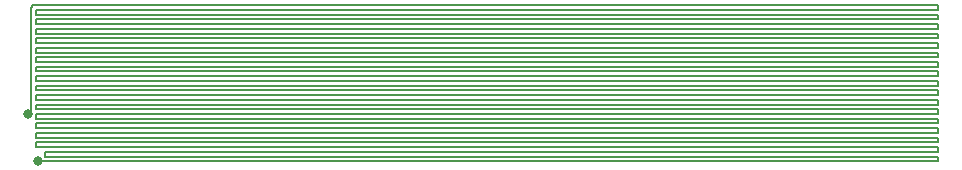
<source format=gbr>
%TF.GenerationSoftware,KiCad,Pcbnew,6.0.11-2627ca5db0~126~ubuntu22.04.1*%
%TF.CreationDate,2025-05-27T11:14:05+02:00*%
%TF.ProjectId,qPocketPCR_Lid,71506f63-6b65-4745-9043-525f4c69642e,rev?*%
%TF.SameCoordinates,Original*%
%TF.FileFunction,Copper,L1,Top*%
%TF.FilePolarity,Positive*%
%FSLAX46Y46*%
G04 Gerber Fmt 4.6, Leading zero omitted, Abs format (unit mm)*
G04 Created by KiCad (PCBNEW 6.0.11-2627ca5db0~126~ubuntu22.04.1) date 2025-05-27 11:14:05*
%MOMM*%
%LPD*%
G01*
G04 APERTURE LIST*
%TA.AperFunction,ViaPad*%
%ADD10C,0.800000*%
%TD*%
%TA.AperFunction,Conductor*%
%ADD11C,0.170000*%
%TD*%
G04 APERTURE END LIST*
D10*
%TO.N,Net-(X3-Pad1)*%
X52510000Y-102600000D03*
X53350000Y-106600000D03*
%TD*%
D11*
%TO.N,Net-(X3-Pad1)*%
X129600000Y-99000000D02*
X53200000Y-99000000D01*
X129600000Y-97400000D02*
X53200000Y-97400000D01*
X129600000Y-99400000D02*
X129600000Y-99000000D01*
X129600000Y-101400000D02*
X53200000Y-101400000D01*
X129600000Y-95800000D02*
X53200000Y-95800000D01*
X129600000Y-98600000D02*
X129600000Y-98200000D01*
X129600000Y-106600000D02*
X129600000Y-106200000D01*
X129600000Y-104200000D02*
X129600000Y-103800000D01*
X129600000Y-103000000D02*
X53200000Y-103000000D01*
X129600000Y-102600000D02*
X129600000Y-102200000D01*
X129600000Y-105000000D02*
X129600000Y-104600000D01*
X129600000Y-98200000D02*
X53200000Y-98200000D01*
X129600000Y-105800000D02*
X129600000Y-105400000D01*
X129600000Y-96200000D02*
X129600000Y-95800000D01*
X53200000Y-104600000D02*
X53200000Y-104200000D01*
X54000000Y-105800000D02*
X129600000Y-105800000D01*
X129600000Y-93800000D02*
X129600000Y-93400000D01*
X129600000Y-101000000D02*
X129600000Y-100600000D01*
X53200000Y-95800000D02*
X53200000Y-95400000D01*
X53200000Y-97400000D02*
X53200000Y-97000000D01*
X53200000Y-101400000D02*
X53200000Y-101000000D01*
X129600000Y-99800000D02*
X53200000Y-99800000D01*
X53200000Y-97000000D02*
X129600000Y-97000000D01*
X53200000Y-95400000D02*
X129600000Y-95400000D01*
X129600000Y-95400000D02*
X129600000Y-95000000D01*
X53200000Y-95000000D02*
X53200000Y-94600000D01*
X129600000Y-105400000D02*
X53200000Y-105400000D01*
X129600000Y-94200000D02*
X53200000Y-94200000D01*
X129600000Y-103400000D02*
X129600000Y-103000000D01*
X52520000Y-102590000D02*
X52510000Y-102600000D01*
X53200000Y-99800000D02*
X53200000Y-99400000D01*
X53200000Y-102600000D02*
X129600000Y-102600000D01*
X53200000Y-98200000D02*
X53200000Y-97800000D01*
X129600000Y-96600000D02*
X53200000Y-96600000D01*
X129600000Y-103800000D02*
X53200000Y-103800000D01*
X53200000Y-101800000D02*
X129600000Y-101800000D01*
X129600000Y-95000000D02*
X53200000Y-95000000D01*
X53200000Y-103400000D02*
X129600000Y-103400000D01*
X53200000Y-99000000D02*
X53200000Y-98600000D01*
X53200000Y-101000000D02*
X129600000Y-101000000D01*
X53200000Y-99400000D02*
X129600000Y-99400000D01*
X53200000Y-104200000D02*
X129600000Y-104200000D01*
X53200000Y-103800000D02*
X53200000Y-103400000D01*
X129600000Y-106200000D02*
X54000000Y-106200000D01*
X53200000Y-96200000D02*
X129600000Y-96200000D01*
X53200000Y-97800000D02*
X129600000Y-97800000D01*
X129600000Y-104600000D02*
X53200000Y-104600000D01*
X53200000Y-100600000D02*
X53200000Y-100200000D01*
X53200000Y-100200000D02*
X129600000Y-100200000D01*
X53200000Y-105000000D02*
X129600000Y-105000000D01*
X53200000Y-103000000D02*
X53200000Y-102600000D01*
X129600000Y-106600000D02*
X53400000Y-106600000D01*
X52800000Y-102590000D02*
X52520000Y-102590000D01*
X129600000Y-101800000D02*
X129600000Y-101400000D01*
X129600000Y-93400000D02*
X53000000Y-93400000D01*
X129600000Y-102200000D02*
X53200000Y-102200000D01*
X129600000Y-97800000D02*
X129600000Y-97400000D01*
X53200000Y-94200000D02*
X53200000Y-93800000D01*
X53000000Y-93400000D02*
X52800000Y-93600000D01*
X129600000Y-100200000D02*
X129600000Y-99800000D01*
X53200000Y-96600000D02*
X53200000Y-96200000D01*
X53200000Y-102200000D02*
X53200000Y-101800000D01*
X53200000Y-105400000D02*
X53200000Y-105000000D01*
X53200000Y-93800000D02*
X129600000Y-93800000D01*
X52800000Y-93600000D02*
X52800000Y-102590000D01*
X54000000Y-106200000D02*
X54000000Y-105800000D01*
X53200000Y-94600000D02*
X129600000Y-94600000D01*
X129600000Y-100600000D02*
X53200000Y-100600000D01*
X129600000Y-94600000D02*
X129600000Y-94200000D01*
X129600000Y-97000000D02*
X129600000Y-96600000D01*
X53200000Y-98600000D02*
X129600000Y-98600000D01*
%TD*%
M02*

</source>
